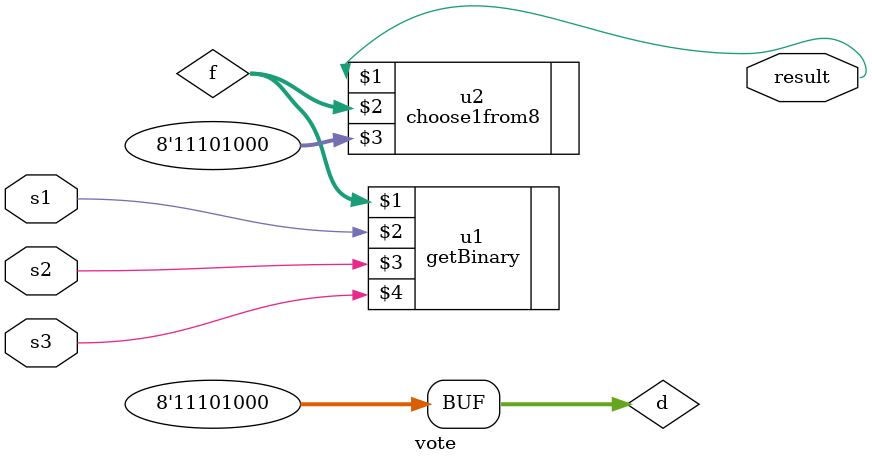
<source format=v>
`timescale 1ns / 1ps


module vote(
    output result,//ÈýÈË±í¾ö½á¹û£¬¸ßµçÆ½ÎªÍ¬Òâ£¬µÍµçÆ½Îª¾Ü¾ø
    input s1,//1ºÅ±í¾ö½á¹û£¬¸ßµçÆ½Í¬Òâ£¬µÍµçÆ½¾Ü¾ø
    input s2,//2ºÅ±í¾ö½á¹û£¬¸ßµçÆ½Í¬Òâ£¬µÍµçÆ½¾Ü¾ø
    input s3//3ºÅ±í¾ö½á¹û£¬¸ßµçÆ½Í¬Òâ£¬µÍµçÆ½¾Ü¾ø
    );
    wire [2:0]f;//´æ´¢ÈýÈË¸÷×Ô±í¾ö½á¹û
    wire [7:0]d;//´æ´¢8Ñ¡1²¿¼þµÄ±í¾öÑ¡Ôñ¹æÔò
    assign d[0]=0,d[1]=0,d[2]=0,d[3]=1;
    assign d[4]=0,d[5]=1,d[6]=1,d[7]=1;
    getBinary u1(f,s1,s2,s3);//¸÷×Ô±í¾ö´æ´¢ÖÁf±äÁ¿ÖÐ
    choose1from8 u2(result,f,d);//µ÷ÓÃ8Ñ¡1²¿¼þ»ñµÃÕûÌå±í¾ö½á¹û
endmodule

</source>
